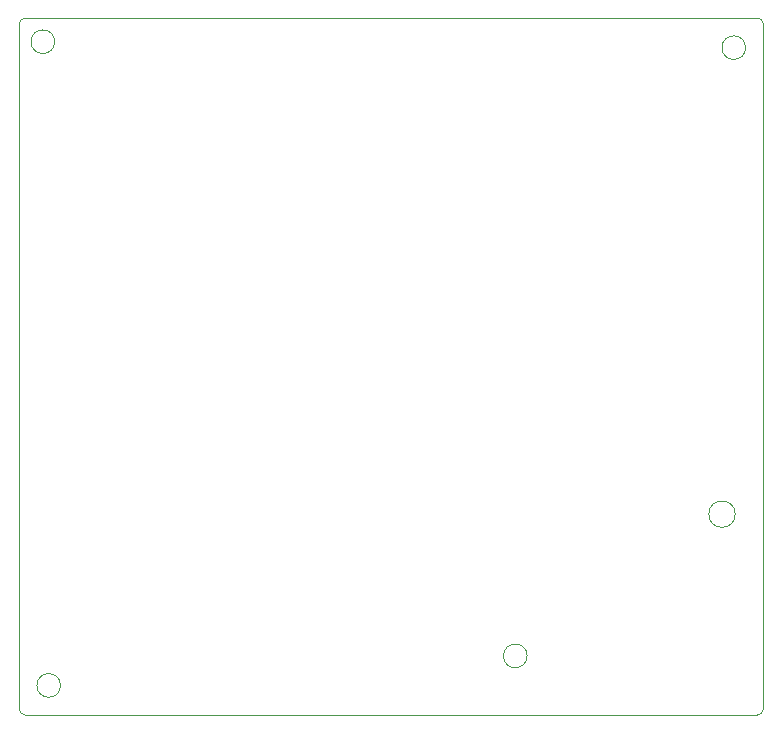
<source format=gm1>
G04 #@! TF.GenerationSoftware,KiCad,Pcbnew,(6.0.10)*
G04 #@! TF.CreationDate,2023-07-12T01:57:19+10:00*
G04 #@! TF.ProjectId,DAC,4441432e-6b69-4636-9164-5f7063625858,rev?*
G04 #@! TF.SameCoordinates,Original*
G04 #@! TF.FileFunction,Profile,NP*
%FSLAX46Y46*%
G04 Gerber Fmt 4.6, Leading zero omitted, Abs format (unit mm)*
G04 Created by KiCad (PCBNEW (6.0.10)) date 2023-07-12 01:57:19*
%MOMM*%
%LPD*%
G01*
G04 APERTURE LIST*
G04 #@! TA.AperFunction,Profile*
%ADD10C,0.100000*%
G04 #@! TD*
G04 APERTURE END LIST*
D10*
X177000000Y-112500000D02*
G75*
G03*
X177000000Y-112500000I-1000000J0D01*
G01*
X137000000Y-60500000D02*
G75*
G03*
X137000000Y-60500000I-1000000J0D01*
G01*
X194618034Y-100500000D02*
G75*
G03*
X194618034Y-100500000I-1118034J0D01*
G01*
X137500000Y-115000000D02*
G75*
G03*
X137500000Y-115000000I-1000000J0D01*
G01*
X195500000Y-61000000D02*
G75*
G03*
X195500000Y-61000000I-1000000J0D01*
G01*
X196500000Y-117500000D02*
G75*
G03*
X197000000Y-117000000I0J500000D01*
G01*
X134500000Y-58500000D02*
G75*
G03*
X134000000Y-59000000I0J-500000D01*
G01*
X197000000Y-59000000D02*
X197000000Y-117000000D01*
X196500000Y-117500000D02*
X134500000Y-117500000D01*
X134000000Y-117000000D02*
X134000000Y-59000000D01*
X134000000Y-117000000D02*
G75*
G03*
X134500000Y-117500000I500000J0D01*
G01*
X197000000Y-59000000D02*
G75*
G03*
X196500000Y-58500000I-500000J0D01*
G01*
X134500000Y-58500000D02*
X196500000Y-58500000D01*
M02*

</source>
